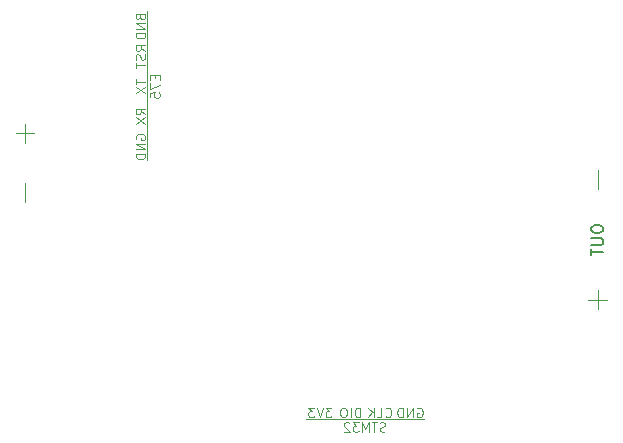
<source format=gbo>
G04 #@! TF.GenerationSoftware,KiCad,Pcbnew,6.0.4-6f826c9f35~116~ubuntu20.04.1*
G04 #@! TF.CreationDate,2022-03-24T16:15:20+01:00*
G04 #@! TF.ProjectId,philphoc-luma,7068696c-7068-46f6-932d-6c756d612e6b,rev?*
G04 #@! TF.SameCoordinates,Original*
G04 #@! TF.FileFunction,Legend,Bot*
G04 #@! TF.FilePolarity,Positive*
%FSLAX46Y46*%
G04 Gerber Fmt 4.6, Leading zero omitted, Abs format (unit mm)*
G04 Created by KiCad (PCBNEW 6.0.4-6f826c9f35~116~ubuntu20.04.1) date 2022-03-24 16:15:20*
%MOMM*%
%LPD*%
G01*
G04 APERTURE LIST*
%ADD10C,0.120000*%
%ADD11C,0.200000*%
G04 APERTURE END LIST*
D10*
X57800000Y-66000000D02*
X56200000Y-66000000D01*
X57000000Y-66800000D02*
X57000000Y-65200000D01*
X57000000Y-71800000D02*
X57000000Y-70200000D01*
X67350000Y-55650000D02*
X67350000Y-68250000D01*
X106300000Y-80100000D02*
X104700000Y-80100000D01*
X105500000Y-80900000D02*
X105500000Y-79300000D01*
X90800000Y-90200000D02*
X80800000Y-90200000D01*
X105500000Y-70700000D02*
X105500000Y-69100000D01*
D11*
X104952380Y-74000000D02*
X104952380Y-74190476D01*
X105000000Y-74285714D01*
X105095238Y-74380952D01*
X105285714Y-74428571D01*
X105619047Y-74428571D01*
X105809523Y-74380952D01*
X105904761Y-74285714D01*
X105952380Y-74190476D01*
X105952380Y-74000000D01*
X105904761Y-73904761D01*
X105809523Y-73809523D01*
X105619047Y-73761904D01*
X105285714Y-73761904D01*
X105095238Y-73809523D01*
X105000000Y-73904761D01*
X104952380Y-74000000D01*
X104952380Y-74857142D02*
X105761904Y-74857142D01*
X105857142Y-74904761D01*
X105904761Y-74952380D01*
X105952380Y-75047619D01*
X105952380Y-75238095D01*
X105904761Y-75333333D01*
X105857142Y-75380952D01*
X105761904Y-75428571D01*
X104952380Y-75428571D01*
X104952380Y-75761904D02*
X104952380Y-76333333D01*
X105952380Y-76047619D02*
X104952380Y-76047619D01*
D10*
X87526190Y-89935714D02*
X87564285Y-89973809D01*
X87678571Y-90011904D01*
X87754761Y-90011904D01*
X87869047Y-89973809D01*
X87945238Y-89897619D01*
X87983333Y-89821428D01*
X88021428Y-89669047D01*
X88021428Y-89554761D01*
X87983333Y-89402380D01*
X87945238Y-89326190D01*
X87869047Y-89250000D01*
X87754761Y-89211904D01*
X87678571Y-89211904D01*
X87564285Y-89250000D01*
X87526190Y-89288095D01*
X86802380Y-90011904D02*
X87183333Y-90011904D01*
X87183333Y-89211904D01*
X86535714Y-90011904D02*
X86535714Y-89211904D01*
X86078571Y-90011904D02*
X86421428Y-89554761D01*
X86078571Y-89211904D02*
X86535714Y-89669047D01*
X66400000Y-66490476D02*
X66361904Y-66414285D01*
X66361904Y-66300000D01*
X66400000Y-66185714D01*
X66476190Y-66109523D01*
X66552380Y-66071428D01*
X66704761Y-66033333D01*
X66819047Y-66033333D01*
X66971428Y-66071428D01*
X67047619Y-66109523D01*
X67123809Y-66185714D01*
X67161904Y-66300000D01*
X67161904Y-66376190D01*
X67123809Y-66490476D01*
X67085714Y-66528571D01*
X66819047Y-66528571D01*
X66819047Y-66376190D01*
X67161904Y-66871428D02*
X66361904Y-66871428D01*
X67161904Y-67328571D01*
X66361904Y-67328571D01*
X67161904Y-67709523D02*
X66361904Y-67709523D01*
X66361904Y-67900000D01*
X66400000Y-68014285D01*
X66476190Y-68090476D01*
X66552380Y-68128571D01*
X66704761Y-68166666D01*
X66819047Y-68166666D01*
X66971428Y-68128571D01*
X67047619Y-68090476D01*
X67123809Y-68014285D01*
X67161904Y-67900000D01*
X67161904Y-67709523D01*
X87502380Y-91223809D02*
X87388095Y-91261904D01*
X87197619Y-91261904D01*
X87121428Y-91223809D01*
X87083333Y-91185714D01*
X87045238Y-91109523D01*
X87045238Y-91033333D01*
X87083333Y-90957142D01*
X87121428Y-90919047D01*
X87197619Y-90880952D01*
X87350000Y-90842857D01*
X87426190Y-90804761D01*
X87464285Y-90766666D01*
X87502380Y-90690476D01*
X87502380Y-90614285D01*
X87464285Y-90538095D01*
X87426190Y-90500000D01*
X87350000Y-90461904D01*
X87159523Y-90461904D01*
X87045238Y-90500000D01*
X86816666Y-90461904D02*
X86359523Y-90461904D01*
X86588095Y-91261904D02*
X86588095Y-90461904D01*
X86092857Y-91261904D02*
X86092857Y-90461904D01*
X85826190Y-91033333D01*
X85559523Y-90461904D01*
X85559523Y-91261904D01*
X85254761Y-90461904D02*
X84759523Y-90461904D01*
X85026190Y-90766666D01*
X84911904Y-90766666D01*
X84835714Y-90804761D01*
X84797619Y-90842857D01*
X84759523Y-90919047D01*
X84759523Y-91109523D01*
X84797619Y-91185714D01*
X84835714Y-91223809D01*
X84911904Y-91261904D01*
X85140476Y-91261904D01*
X85216666Y-91223809D01*
X85254761Y-91185714D01*
X84454761Y-90538095D02*
X84416666Y-90500000D01*
X84340476Y-90461904D01*
X84150000Y-90461904D01*
X84073809Y-90500000D01*
X84035714Y-90538095D01*
X83997619Y-90614285D01*
X83997619Y-90690476D01*
X84035714Y-90804761D01*
X84492857Y-91261904D01*
X83997619Y-91261904D01*
X85369047Y-90011904D02*
X85369047Y-89211904D01*
X85178571Y-89211904D01*
X85064285Y-89250000D01*
X84988095Y-89326190D01*
X84950000Y-89402380D01*
X84911904Y-89554761D01*
X84911904Y-89669047D01*
X84950000Y-89821428D01*
X84988095Y-89897619D01*
X85064285Y-89973809D01*
X85178571Y-90011904D01*
X85369047Y-90011904D01*
X84569047Y-90011904D02*
X84569047Y-89211904D01*
X84035714Y-89211904D02*
X83883333Y-89211904D01*
X83807142Y-89250000D01*
X83730952Y-89326190D01*
X83692857Y-89478571D01*
X83692857Y-89745238D01*
X83730952Y-89897619D01*
X83807142Y-89973809D01*
X83883333Y-90011904D01*
X84035714Y-90011904D01*
X84111904Y-89973809D01*
X84188095Y-89897619D01*
X84226190Y-89745238D01*
X84226190Y-89478571D01*
X84188095Y-89326190D01*
X84111904Y-89250000D01*
X84035714Y-89211904D01*
X67161904Y-59011904D02*
X66780952Y-58745238D01*
X67161904Y-58554761D02*
X66361904Y-58554761D01*
X66361904Y-58859523D01*
X66400000Y-58935714D01*
X66438095Y-58973809D01*
X66514285Y-59011904D01*
X66628571Y-59011904D01*
X66704761Y-58973809D01*
X66742857Y-58935714D01*
X66780952Y-58859523D01*
X66780952Y-58554761D01*
X67123809Y-59316666D02*
X67161904Y-59430952D01*
X67161904Y-59621428D01*
X67123809Y-59697619D01*
X67085714Y-59735714D01*
X67009523Y-59773809D01*
X66933333Y-59773809D01*
X66857142Y-59735714D01*
X66819047Y-59697619D01*
X66780952Y-59621428D01*
X66742857Y-59469047D01*
X66704761Y-59392857D01*
X66666666Y-59354761D01*
X66590476Y-59316666D01*
X66514285Y-59316666D01*
X66438095Y-59354761D01*
X66400000Y-59392857D01*
X66361904Y-59469047D01*
X66361904Y-59659523D01*
X66400000Y-59773809D01*
X66361904Y-60002380D02*
X66361904Y-60459523D01*
X67161904Y-60230952D02*
X66361904Y-60230952D01*
X67992857Y-61066666D02*
X67992857Y-61333333D01*
X68411904Y-61447619D02*
X68411904Y-61066666D01*
X67611904Y-61066666D01*
X67611904Y-61447619D01*
X67611904Y-61714285D02*
X67611904Y-62247619D01*
X68411904Y-61904761D01*
X67611904Y-62933333D02*
X67611904Y-62552380D01*
X67992857Y-62514285D01*
X67954761Y-62552380D01*
X67916666Y-62628571D01*
X67916666Y-62819047D01*
X67954761Y-62895238D01*
X67992857Y-62933333D01*
X68069047Y-62971428D01*
X68259523Y-62971428D01*
X68335714Y-62933333D01*
X68373809Y-62895238D01*
X68411904Y-62819047D01*
X68411904Y-62628571D01*
X68373809Y-62552380D01*
X68335714Y-62514285D01*
X66361904Y-61390476D02*
X66361904Y-61847619D01*
X67161904Y-61619047D02*
X66361904Y-61619047D01*
X66361904Y-62038095D02*
X67161904Y-62571428D01*
X66361904Y-62571428D02*
X67161904Y-62038095D01*
X66742857Y-56138095D02*
X66780952Y-56252380D01*
X66819047Y-56290476D01*
X66895238Y-56328571D01*
X67009523Y-56328571D01*
X67085714Y-56290476D01*
X67123809Y-56252380D01*
X67161904Y-56176190D01*
X67161904Y-55871428D01*
X66361904Y-55871428D01*
X66361904Y-56138095D01*
X66400000Y-56214285D01*
X66438095Y-56252380D01*
X66514285Y-56290476D01*
X66590476Y-56290476D01*
X66666666Y-56252380D01*
X66704761Y-56214285D01*
X66742857Y-56138095D01*
X66742857Y-55871428D01*
X67161904Y-56671428D02*
X66361904Y-56671428D01*
X67161904Y-57128571D01*
X66361904Y-57128571D01*
X67161904Y-57509523D02*
X66361904Y-57509523D01*
X66361904Y-57700000D01*
X66400000Y-57814285D01*
X66476190Y-57890476D01*
X66552380Y-57928571D01*
X66704761Y-57966666D01*
X66819047Y-57966666D01*
X66971428Y-57928571D01*
X67047619Y-57890476D01*
X67123809Y-57814285D01*
X67161904Y-57700000D01*
X67161904Y-57509523D01*
X82940476Y-89211904D02*
X82445238Y-89211904D01*
X82711904Y-89516666D01*
X82597619Y-89516666D01*
X82521428Y-89554761D01*
X82483333Y-89592857D01*
X82445238Y-89669047D01*
X82445238Y-89859523D01*
X82483333Y-89935714D01*
X82521428Y-89973809D01*
X82597619Y-90011904D01*
X82826190Y-90011904D01*
X82902380Y-89973809D01*
X82940476Y-89935714D01*
X82216666Y-89211904D02*
X81950000Y-90011904D01*
X81683333Y-89211904D01*
X81492857Y-89211904D02*
X80997619Y-89211904D01*
X81264285Y-89516666D01*
X81150000Y-89516666D01*
X81073809Y-89554761D01*
X81035714Y-89592857D01*
X80997619Y-89669047D01*
X80997619Y-89859523D01*
X81035714Y-89935714D01*
X81073809Y-89973809D01*
X81150000Y-90011904D01*
X81378571Y-90011904D01*
X81454761Y-89973809D01*
X81492857Y-89935714D01*
X90209523Y-89250000D02*
X90285714Y-89211904D01*
X90400000Y-89211904D01*
X90514285Y-89250000D01*
X90590476Y-89326190D01*
X90628571Y-89402380D01*
X90666666Y-89554761D01*
X90666666Y-89669047D01*
X90628571Y-89821428D01*
X90590476Y-89897619D01*
X90514285Y-89973809D01*
X90400000Y-90011904D01*
X90323809Y-90011904D01*
X90209523Y-89973809D01*
X90171428Y-89935714D01*
X90171428Y-89669047D01*
X90323809Y-89669047D01*
X89828571Y-90011904D02*
X89828571Y-89211904D01*
X89371428Y-90011904D01*
X89371428Y-89211904D01*
X88990476Y-90011904D02*
X88990476Y-89211904D01*
X88800000Y-89211904D01*
X88685714Y-89250000D01*
X88609523Y-89326190D01*
X88571428Y-89402380D01*
X88533333Y-89554761D01*
X88533333Y-89669047D01*
X88571428Y-89821428D01*
X88609523Y-89897619D01*
X88685714Y-89973809D01*
X88800000Y-90011904D01*
X88990476Y-90011904D01*
X67161904Y-64366666D02*
X66780952Y-64100000D01*
X67161904Y-63909523D02*
X66361904Y-63909523D01*
X66361904Y-64214285D01*
X66400000Y-64290476D01*
X66438095Y-64328571D01*
X66514285Y-64366666D01*
X66628571Y-64366666D01*
X66704761Y-64328571D01*
X66742857Y-64290476D01*
X66780952Y-64214285D01*
X66780952Y-63909523D01*
X66361904Y-64633333D02*
X67161904Y-65166666D01*
X66361904Y-65166666D02*
X67161904Y-64633333D01*
M02*

</source>
